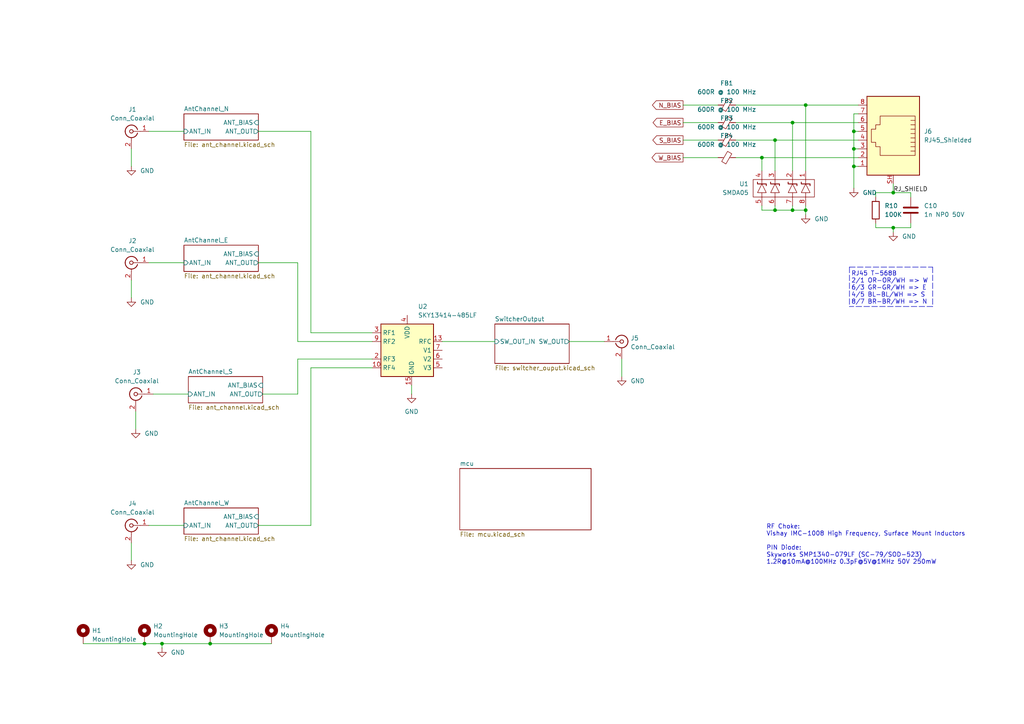
<source format=kicad_sch>
(kicad_sch (version 20250114) (generator "eeschema") (generator_version "9.0")
  (paper "A4")
  (lib_symbols
    (symbol "Connector:Conn_Coaxial" (pin_names (offset 1.016) (hide yes))
      (property "Reference" "J" (at 0.254 3.048 0))
      (property "Value" "Conn_Coaxial" (at 2.921 0 90))
      (symbol "Conn_Coaxial_0_1"
        (polyline (pts (xy -2.54 0) (xy -0.508 0)))
        (arc (start 1.778 0) (mid 0.222 -1.8079) (end -1.778 -0.508) (stroke (width 0.254)))
        (arc (start -1.778 0.508) (mid 0.2221 1.8084) (end 1.778 0) (stroke (width 0.254)))
        (circle (center 0 0) (radius 0.508) (stroke (width 0.2032)))
        (polyline (pts (xy 0 -2.54) (xy 0 -1.778)))
      )
      (symbol "Conn_Coaxial_1_1"
        (pin passive line (at -5.08 0 0) (length 2.54) (name "In") (number "1"))
        (pin passive line (at 0 -5.08 90) (length 2.54) (name "Ext") (number "2"))
      )
    )
    (symbol "Connector:RJ45_Shielded" (pin_names (offset 1.016))
      (property "Reference" "J" (at -5.08 13.97 0))
      (property "Value" "RJ45_Shielded" (at 2.54 13.97 0))
      (symbol "RJ45_Shielded_0_1"
        (polyline (pts (xy -6.35 1.905) (xy -5.08 1.905) (xy -5.08 1.905)))
        (polyline (pts (xy -6.35 0.635) (xy -5.08 0.635) (xy -5.08 0.635)))
        (polyline (pts (xy -6.35 -0.635) (xy -5.08 -0.635) (xy -5.08 -0.635)))
        (polyline (pts (xy -6.35 -1.905) (xy -5.08 -1.905) (xy -5.08 -1.905)))
        (polyline (pts (xy -6.35 -3.175) (xy -5.08 -3.175) (xy -5.08 -3.175)))
        (polyline (pts (xy -6.35 -4.445) (xy -6.35 6.985) (xy 3.81 6.985) (xy 3.81 4.445) (xy 5.08 4.445) (xy 5.08 3.175) (xy 6.35 3.175) (xy 6.35 -0.635) (xy 5.08 -0.635) (xy 5.08 -1.905) (xy 3.81 -1.905) (xy 3.81 -4.445) (xy -6.35 -4.445) (xy -6.35 -4.445)))
        (polyline (pts (xy -5.08 5.715) (xy -6.35 5.715)))
        (polyline (pts (xy -5.08 4.445) (xy -6.35 4.445)))
        (polyline (pts (xy -5.08 3.175) (xy -6.35 3.175) (xy -6.35 3.175)))
        (rectangle (start 7.62 12.7) (end -7.62 -10.16) (stroke (width 0.254)) (fill (type background)))
      )
      (symbol "RJ45_Shielded_1_1"
        (pin passive line (at 0 -12.7 90) (length 2.54) (name "~") (number "SH"))
        (pin passive line (at 10.16 10.16 180) (length 2.54) (name "~") (number "8"))
        (pin passive line (at 10.16 7.62 180) (length 2.54) (name "~") (number "7"))
        (pin passive line (at 10.16 5.08 180) (length 2.54) (name "~") (number "6"))
        (pin passive line (at 10.16 2.54 180) (length 2.54) (name "~") (number "5"))
        (pin passive line (at 10.16 0 180) (length 2.54) (name "~") (number "4"))
        (pin passive line (at 10.16 -2.54 180) (length 2.54) (name "~") (number "3"))
        (pin passive line (at 10.16 -5.08 180) (length 2.54) (name "~") (number "2"))
        (pin passive line (at 10.16 -7.62 180) (length 2.54) (name "~") (number "1"))
      )
    )
    (symbol "Device:C" (pin_numbers (hide yes)) (pin_names (offset 0.254))
      (property "Reference" "C" (at 0.635 2.54 0))
      (property "Value" "C" (at 0.635 -2.54 0))
      (symbol "C_0_1"
        (polyline (pts (xy -2.032 0.762) (xy 2.032 0.762)) (stroke (width 0.508)))
        (polyline (pts (xy -2.032 -0.762) (xy 2.032 -0.762)) (stroke (width 0.508)))
      )
      (symbol "C_1_1"
        (pin passive line (at 0 3.81 270) (length 2.794) (name "~") (number "1"))
        (pin passive line (at 0 -3.81 90) (length 2.794) (name "~") (number "2"))
      )
    )
    (symbol "Device:FerriteBead_Small" (pin_numbers (hide yes)) (pin_names (offset 0))
      (property "Reference" "FB" (at 1.905 1.27 0))
      (property "Value" "FerriteBead_Small" (at 1.905 -1.27 0))
      (symbol "FerriteBead_Small_0_1"
        (polyline (pts (xy -1.8288 0.2794) (xy -1.1176 1.4986) (xy 1.8288 -0.2032) (xy 1.1176 -1.4224) (xy -1.8288 0.2794)))
        (polyline (pts (xy 0 0.889) (xy 0 1.2954)))
        (polyline (pts (xy 0 -1.27) (xy 0 -0.7874)))
      )
      (symbol "FerriteBead_Small_1_1"
        (pin passive line (at 0 2.54 270) (length 1.27) (name "~") (number "1"))
        (pin passive line (at 0 -2.54 90) (length 1.27) (name "~") (number "2"))
      )
    )
    (symbol "Device:R" (pin_numbers (hide yes)) (pin_names (offset 0))
      (property "Reference" "R" (at 2.032 0 90))
      (property "Value" "R" (at 0 0 90))
      (symbol "R_0_1"
        (rectangle (start -1.016 -2.54) (end 1.016 2.54) (stroke (width 0.254)))
      )
      (symbol "R_1_1"
        (pin passive line (at 0 3.81 270) (length 1.27) (name "~") (number "1"))
        (pin passive line (at 0 -3.81 90) (length 1.27) (name "~") (number "2"))
      )
    )
    (symbol "Mechanical:MountingHole_Pad" (pin_numbers (hide yes)) (pin_names (offset 1.016) (hide yes)) (exclude_from_sim yes) (in_bom no)
      (property "Reference" "H" (at 0 6.35 0))
      (property "Value" "MountingHole_Pad" (at 0 4.445 0))
      (symbol "MountingHole_Pad_0_1"
        (circle (center 0 1.27) (radius 1.27) (stroke (width 1.27)))
      )
      (symbol "MountingHole_Pad_1_1"
        (pin input line (at 0 -2.54 90) (length 2.54) (name "1") (number "1"))
      )
    )
    (symbol "ch:TVS 4x Unidir" (pin_names (offset 1.016) (hide yes))
      (property "Reference" "U" (at 10.795 -1.27 0))
      (property "Value" "TVS 4x Unidir" (at -1.905 -6.35 0))
      (symbol "TVS 4x Unidir_0_1"
        (polyline (pts (xy -8.89 -2.54) (xy 8.89 -2.54) (xy 8.89 2.54) (xy -8.89 2.54) (xy -8.89 -2.54)))
        (polyline (pts (xy -7.62 -0.762) (xy -7.62 -1.27) (xy -5.08 -1.27) (xy -5.08 -1.778)) (stroke (width 0.254)))
        (polyline (pts (xy -6.35 2.54) (xy -6.35 1.27)))
        (polyline (pts (xy -6.35 -1.27) (xy -5.08 1.27) (xy -7.62 1.27) (xy -6.35 -1.27)))
        (polyline (pts (xy -6.35 -2.54) (xy -6.35 -1.27)))
        (polyline (pts (xy -3.81 -0.762) (xy -3.81 -1.27) (xy -1.27 -1.27) (xy -1.27 -1.778)) (stroke (width 0.254)))
        (polyline (pts (xy -2.54 2.54) (xy -2.54 1.27)))
        (polyline (pts (xy -2.54 -1.27) (xy -1.27 1.27) (xy -3.81 1.27) (xy -2.54 -1.27)))
        (polyline (pts (xy -2.54 -2.54) (xy -2.54 -1.27)))
        (polyline (pts (xy 1.27 -0.762) (xy 1.27 -1.27) (xy 3.81 -1.27) (xy 3.81 -1.778)) (stroke (width 0.254)))
        (polyline (pts (xy 2.54 2.54) (xy 2.54 1.27)))
        (polyline (pts (xy 2.54 -1.27) (xy 3.81 1.27) (xy 1.27 1.27) (xy 2.54 -1.27)))
        (polyline (pts (xy 2.54 -2.54) (xy 2.54 -1.27)))
        (polyline (pts (xy 5.08 -0.762) (xy 5.08 -1.27) (xy 7.62 -1.27) (xy 7.62 -1.778)) (stroke (width 0.254)))
        (polyline (pts (xy 6.35 2.54) (xy 6.35 1.27)))
        (polyline (pts (xy 6.35 -1.27) (xy 7.62 1.27) (xy 5.08 1.27) (xy 6.35 -1.27)))
        (polyline (pts (xy 6.35 -2.54) (xy 6.35 -1.27)))
      )
      (symbol "TVS 4x Unidir_1_1"
        (pin passive line (at -6.35 5.08 270) (length 2.54) (name "A2") (number "8"))
        (pin passive line (at -6.35 -5.08 90) (length 2.54) (name "A1") (number "1"))
        (pin passive line (at -2.54 5.08 270) (length 2.54) (name "B2") (number "7"))
        (pin passive line (at -2.54 -5.08 90) (length 2.54) (name "B1") (number "2"))
        (pin passive line (at 2.54 5.08 270) (length 2.54) (name "C2") (number "6"))
        (pin passive line (at 2.54 -5.08 90) (length 2.54) (name "C1") (number "3"))
        (pin passive line (at 6.35 5.08 270) (length 2.54) (name "D2") (number "5"))
        (pin passive line (at 6.35 -5.08 90) (length 2.54) (name "D1") (number "4"))
      )
    )
    (symbol "ddf_big_array:SKY13575-639LF"
      (property "Reference" "U" (at -6.35 8.89 0))
      (property "Value" "SKY13414-485LF" (at 10.16 8.89 0))
      (symbol "SKY13575-639LF_0_1"
        (rectangle (start -7.62 7.62) (end 7.62 -7.62) (stroke (width 0.254)) (fill (type background)))
      )
      (symbol "SKY13575-639LF_1_1"
        (pin passive line (at -10.16 2.54 0) (length 2.54) (name "RFC") (number "13"))
        (pin input line (at -10.16 0 0) (length 2.54) (name "V1") (number "7"))
        (pin input line (at -10.16 -2.54 0) (length 2.54) (name "V2") (number "6"))
        (pin input line (at -10.16 -5.08 0) (length 2.54) (name "V3") (number "5"))
        (pin no_connect line (at -5.08 -3.81 90) (length 2.54) (hide yes) (name "NC@1") (number "1"))
        (pin no_connect line (at -2.54 -3.81 90) (length 2.54) (hide yes) (name "NC@8") (number "8"))
        (pin power_in line (at -1.27 -10.16 90) (length 2.54) (name "GND") (number "15"))
        (pin power_in line (at 0 10.16 270) (length 2.54) (name "VDD") (number "4"))
        (pin no_connect line (at 0 -3.81 90) (length 2.54) (hide yes) (name "NC@11") (number "11"))
        (pin no_connect line (at 2.54 -3.81 90) (length 2.54) (hide yes) (name "NC@12") (number "12"))
        (pin no_connect line (at 5.08 -3.81 90) (length 2.54) (hide yes) (name "NC@14") (number "14"))
        (pin passive line (at 10.16 5.08 180) (length 2.54) (name "RF1") (number "3"))
        (pin passive line (at 10.16 2.54 180) (length 2.54) (name "RF2") (number "9"))
        (pin passive line (at 10.16 -2.54 180) (length 2.54) (name "RF3") (number "2"))
        (pin passive line (at 10.16 -5.08 180) (length 2.54) (name "RF4") (number "10"))
      )
    )
    (symbol "power:GND" (power) (pin_numbers (hide yes)) (pin_names (offset 0) (hide yes))
      (property "Value" "GND" (at 0 -3.81 0))
      (symbol "GND_0_1"
        (polyline (pts (xy 0 0) (xy 0 -1.27) (xy 1.27 -1.27) (xy 0 -2.54) (xy -1.27 -1.27) (xy 0 -1.27)))
      )
      (symbol "GND_1_1"
        (pin power_in line (at 0 0 270) (length 0) (name "~") (number "1"))
      )
    )
  )
  (text "RF Choke:\nVishay IMC-1008 High Frequency, Surface Mount Inductors\n\nPIN Diode:\nSkyworks SMP1340-079LF (SC-79/SOD-523)\n1.2R@10mA@100MHz 0.3pF@5V@1MHz 50V 250mW\n" (at 222.25 163.83 0) (effects (font (size 1.27 1.27)) (justify left bottom)))
  (text "RJ45 T-568B  \n2/1 OR-OR/WH => W\n6/3 GR-GR/WH => E\n4/5 BL-BL/WH => S\n8/7 BR-BR/WH => N" (at 246.888 88.392 0) (effects (font (size 1.27 1.27)) (justify left bottom)))
  (junction (at 60.96 186.69))
  (junction (at 247.65 43.18))
  (junction (at 229.87 35.56))
  (junction (at 247.65 48.26))
  (junction (at 259.08 55.88))
  (junction (at 229.87 60.96))
  (junction (at 233.68 30.48))
  (junction (at 259.08 66.04))
  (junction (at 220.98 45.72))
  (junction (at 224.79 60.96))
  (junction (at 224.79 40.64))
  (junction (at 233.68 60.96))
  (junction (at 41.91 186.69))
  (junction (at 46.99 186.69))
  (junction (at 247.65 38.1))
  (wire (pts (xy 107.95 106.68) (xy 90.17 106.68)))
  (wire (pts (xy 46.99 186.69) (xy 60.96 186.69)))
  (wire (pts (xy 180.34 104.14) (xy 180.34 109.22)))
  (wire (pts (xy 264.16 66.04) (xy 264.16 64.77)))
  (polyline (pts (xy 246.38 77.47) (xy 270.51 77.47)) (stroke (width 0) (type dash)))
  (wire (pts (xy 247.65 43.18) (xy 247.65 48.26)))
  (wire (pts (xy 233.68 30.48) (xy 233.68 49.53)))
  (wire (pts (xy 38.1 81.28) (xy 38.1 86.36)))
  (wire (pts (xy 254 64.77) (xy 254 66.04)))
  (wire (pts (xy 60.96 186.69) (xy 78.74 186.69)))
  (wire (pts (xy 259.08 66.04) (xy 264.16 66.04)))
  (polyline (pts (xy 270.51 77.47) (xy 270.51 88.9)) (stroke (width 0) (type dash)))
  (wire (pts (xy 198.12 35.56) (xy 208.28 35.56)))
  (wire (pts (xy 38.1 157.48) (xy 38.1 162.56)))
  (wire (pts (xy 220.98 45.72) (xy 220.98 49.53)))
  (wire (pts (xy 229.87 35.56) (xy 248.92 35.56)))
  (wire (pts (xy 254 66.04) (xy 259.08 66.04)))
  (wire (pts (xy 128.27 99.06) (xy 143.51 99.06)))
  (polyline (pts (xy 270.51 88.9) (xy 246.38 88.9)) (stroke (width 0) (type dash)))
  (wire (pts (xy 44.45 114.3) (xy 54.61 114.3)))
  (wire (pts (xy 224.79 40.64) (xy 248.92 40.64)))
  (wire (pts (xy 43.18 152.4) (xy 53.34 152.4)))
  (wire (pts (xy 233.68 60.96) (xy 233.68 62.23)))
  (wire (pts (xy 213.36 40.64) (xy 224.79 40.64)))
  (wire (pts (xy 254 57.15) (xy 254 55.88)))
  (wire (pts (xy 259.08 55.88) (xy 264.16 55.88)))
  (wire (pts (xy 86.36 114.3) (xy 76.2 114.3)))
  (wire (pts (xy 86.36 104.14) (xy 86.36 114.3)))
  (wire (pts (xy 43.18 38.1) (xy 53.34 38.1)))
  (wire (pts (xy 24.13 186.69) (xy 41.91 186.69)))
  (wire (pts (xy 198.12 45.72) (xy 208.28 45.72)))
  (wire (pts (xy 43.18 76.2) (xy 53.34 76.2)))
  (wire (pts (xy 213.36 45.72) (xy 220.98 45.72)))
  (wire (pts (xy 259.08 53.34) (xy 259.08 55.88)))
  (wire (pts (xy 247.65 38.1) (xy 247.65 43.18)))
  (wire (pts (xy 229.87 60.96) (xy 233.68 60.96)))
  (wire (pts (xy 41.91 186.69) (xy 46.99 186.69)))
  (wire (pts (xy 165.1 99.06) (xy 175.26 99.06)))
  (wire (pts (xy 248.92 43.18) (xy 247.65 43.18)))
  (wire (pts (xy 213.36 35.56) (xy 229.87 35.56)))
  (wire (pts (xy 39.37 119.38) (xy 39.37 124.46)))
  (wire (pts (xy 119.38 111.76) (xy 119.38 114.3)))
  (wire (pts (xy 229.87 35.56) (xy 229.87 49.53)))
  (wire (pts (xy 86.36 76.2) (xy 74.93 76.2)))
  (wire (pts (xy 90.17 152.4) (xy 74.93 152.4)))
  (wire (pts (xy 38.1 43.18) (xy 38.1 48.26)))
  (wire (pts (xy 90.17 106.68) (xy 90.17 152.4)))
  (wire (pts (xy 247.65 33.02) (xy 247.65 38.1)))
  (wire (pts (xy 86.36 99.06) (xy 86.36 76.2)))
  (wire (pts (xy 259.08 66.04) (xy 259.08 67.31)))
  (wire (pts (xy 198.12 40.64) (xy 208.28 40.64)))
  (wire (pts (xy 220.98 59.69) (xy 220.98 60.96)))
  (wire (pts (xy 224.79 59.69) (xy 224.79 60.96)))
  (wire (pts (xy 254 55.88) (xy 259.08 55.88)))
  (wire (pts (xy 248.92 48.26) (xy 247.65 48.26)))
  (wire (pts (xy 220.98 60.96) (xy 224.79 60.96)))
  (wire (pts (xy 107.95 99.06) (xy 86.36 99.06)))
  (wire (pts (xy 224.79 40.64) (xy 224.79 49.53)))
  (wire (pts (xy 248.92 38.1) (xy 247.65 38.1)))
  (wire (pts (xy 229.87 59.69) (xy 229.87 60.96)))
  (wire (pts (xy 247.65 48.26) (xy 247.65 54.61)))
  (wire (pts (xy 90.17 38.1) (xy 90.17 96.52)))
  (wire (pts (xy 213.36 30.48) (xy 233.68 30.48)))
  (wire (pts (xy 198.12 30.48) (xy 208.28 30.48)))
  (wire (pts (xy 233.68 30.48) (xy 248.92 30.48)))
  (wire (pts (xy 224.79 60.96) (xy 229.87 60.96)))
  (wire (pts (xy 74.93 38.1) (xy 90.17 38.1)))
  (polyline (pts (xy 246.38 77.47) (xy 246.38 88.9)) (stroke (width 0) (type dash)))
  (wire (pts (xy 248.92 33.02) (xy 247.65 33.02)))
  (wire (pts (xy 90.17 96.52) (xy 107.95 96.52)))
  (wire (pts (xy 46.99 186.69) (xy 46.99 187.96)))
  (wire (pts (xy 264.16 55.88) (xy 264.16 57.15)))
  (wire (pts (xy 220.98 45.72) (xy 248.92 45.72)))
  (wire (pts (xy 107.95 104.14) (xy 86.36 104.14)))
  (wire (pts (xy 233.68 59.69) (xy 233.68 60.96)))
  (label "RJ_SHIELD" (at 259.08 55.88 0))
  (global_label "E_BIAS" (shape output) (at 198.12 35.56 180) (property "Intersheetrefs" "${INTERSHEET_REFS}" (effects (hide yes))))
  (global_label "S_BIAS" (shape output) (at 198.12 40.64 180) (property "Intersheetrefs" "${INTERSHEET_REFS}" (effects (hide yes))))
  (global_label "N_BIAS" (shape output) (at 198.12 30.48 180) (property "Intersheetrefs" "${INTERSHEET_REFS}" (effects (hide yes))))
  (global_label "W_BIAS" (shape output) (at 198.12 45.72 180) (property "Intersheetrefs" "${INTERSHEET_REFS}" (effects (hide yes))))
  (symbol (lib_id "Device:FerriteBead_Small") (at 210.82 30.48 90) (unit 1)
    (property "Reference" "FB1" (at 210.7819 24.13 90))
    (property "Value" "600R @ 100 MHz" (at 210.7819 26.67 90))
    (property "Description" "Ferrite bead, small symbol" (effects (hide yes)))
  )
  (symbol (lib_id "power:GND") (at 259.08 67.31 0) (unit 1)
    (property "Reference" "#PWR013" (effects (hide yes)))
    (property "Value" "GND" (at 261.62 68.5799 0) (effects (justify left)))
    (property "Description" "Power symbol creates a global label with name \"GND\" , ground" (effects (hide yes)))
  )
  (symbol (lib_id "Connector:Conn_Coaxial") (at 180.34 99.06 0) (unit 1)
    (property "Reference" "J5" (at 182.88 98.0831 0) (effects (justify left)))
    (property "Value" "Conn_Coaxial" (at 182.88 100.6231 0) (effects (justify left)))
    (property "Description" "coaxial connector (BNC, SMA, SMB, SMC, Cinch/RCA, LEMO, ...)" (effects (hide yes)))
  )
  (symbol (lib_id "power:GND") (at 38.1 48.26 0) (unit 1)
    (property "Reference" "#PWR01" (effects (hide yes)))
    (property "Value" "GND" (at 40.64 49.5299 0) (effects (justify left)))
    (property "Description" "Power symbol creates a global label with name \"GND\" , ground" (effects (hide yes)))
  )
  (symbol (lib_id "power:GND") (at 39.37 124.46 0) (unit 1)
    (property "Reference" "#PWR03" (effects (hide yes)))
    (property "Value" "GND" (at 41.91 125.7299 0) (effects (justify left)))
    (property "Description" "Power symbol creates a global label with name \"GND\" , ground" (effects (hide yes)))
  )
  (symbol (lib_id "Device:C") (at 264.16 60.96 0) (unit 1)
    (property "Reference" "C10" (at 267.97 59.6899 0) (effects (justify left)))
    (property "Value" "1n NP0 50V" (at 267.97 62.2299 0) (effects (justify left)))
    (property "Description" "Unpolarized capacitor" (effects (hide yes)))
  )
  (symbol (lib_id "power:GND") (at 38.1 162.56 0) (unit 1)
    (property "Reference" "#PWR04" (effects (hide yes)))
    (property "Value" "GND" (at 40.64 163.8299 0) (effects (justify left)))
    (property "Description" "Power symbol creates a global label with name \"GND\" , ground" (effects (hide yes)))
  )
  (symbol (lib_id "power:GND") (at 119.38 114.3 0) (mirror y) (unit 1)
    (property "Reference" "#PWR05" (effects (hide yes)))
    (property "Value" "GND" (at 119.38 119.38 0))
    (property "Description" "Power symbol creates a global label with name \"GND\" , ground" (effects (hide yes)))
  )
  (symbol (lib_id "power:GND") (at 46.99 187.96 0) (unit 1)
    (property "Reference" "#PWR0101" (effects (hide yes)))
    (property "Value" "GND" (at 49.53 189.2299 0) (effects (justify left)))
    (property "Description" "Power symbol creates a global label with name \"GND\" , ground" (effects (hide yes)))
  )
  (symbol (lib_id "Connector:Conn_Coaxial") (at 38.1 38.1 0) (mirror y) (unit 1)
    (property "Reference" "J1" (at 38.4174 31.75 0))
    (property "Value" "Conn_Coaxial" (at 38.4174 34.29 0))
    (property "Description" "coaxial connector (BNC, SMA, SMB, SMC, Cinch/RCA, LEMO, ...)" (effects (hide yes)))
  )
  (symbol (lib_id "Device:FerriteBead_Small") (at 210.82 40.64 90) (unit 1)
    (property "Reference" "FB3" (at 210.7819 34.29 90))
    (property "Value" "600R @ 100 MHz" (at 210.7819 36.83 90))
    (property "Description" "Ferrite bead, small symbol" (effects (hide yes)))
  )
  (symbol (lib_id "Connector:Conn_Coaxial") (at 38.1 76.2 0) (mirror y) (unit 1)
    (property "Reference" "J2" (at 38.4174 69.85 0))
    (property "Value" "Conn_Coaxial" (at 38.4174 72.39 0))
    (property "Description" "coaxial connector (BNC, SMA, SMB, SMC, Cinch/RCA, LEMO, ...)" (effects (hide yes)))
  )
  (symbol (lib_id "Mechanical:MountingHole_Pad") (at 60.96 184.15 0) (unit 1) (exclude_from_sim yes) (in_bom no)
    (property "Reference" "H3" (at 63.5 181.6099 0) (effects (justify left)))
    (property "Value" "MountingHole" (at 63.5 184.1499 0) (effects (justify left)))
    (property "Description" "Mounting Hole with connection" (effects (hide yes)))
  )
  (symbol (lib_id "Device:FerriteBead_Small") (at 210.82 35.56 90) (unit 1)
    (property "Reference" "FB2" (at 210.7819 29.21 90))
    (property "Value" "600R @ 100 MHz" (at 210.7819 31.75 90))
    (property "Description" "Ferrite bead, small symbol" (effects (hide yes)))
  )
  (symbol (lib_id "Connector:Conn_Coaxial") (at 38.1 152.4 0) (mirror y) (unit 1)
    (property "Reference" "J4" (at 38.4174 146.05 0))
    (property "Value" "Conn_Coaxial" (at 38.4174 148.59 0))
    (property "Description" "coaxial connector (BNC, SMA, SMB, SMC, Cinch/RCA, LEMO, ...)" (effects (hide yes)))
  )
  (symbol (lib_id "Mechanical:MountingHole_Pad") (at 41.91 184.15 0) (unit 1) (exclude_from_sim yes) (in_bom no)
    (property "Reference" "H2" (at 44.45 181.6099 0) (effects (justify left)))
    (property "Value" "MountingHole" (at 44.45 184.1499 0) (effects (justify left)))
    (property "Description" "Mounting Hole with connection" (effects (hide yes)))
  )
  (symbol (lib_id "Mechanical:MountingHole_Pad") (at 78.74 184.15 0) (unit 1) (exclude_from_sim yes) (in_bom no)
    (property "Reference" "H4" (at 81.28 181.6099 0) (effects (justify left)))
    (property "Value" "MountingHole" (at 81.28 184.1499 0) (effects (justify left)))
    (property "Description" "Mounting Hole with connection" (effects (hide yes)))
  )
  (symbol (lib_id "power:GND") (at 180.34 109.22 0) (unit 1)
    (property "Reference" "#PWR011" (effects (hide yes)))
    (property "Value" "GND" (at 182.88 110.4899 0) (effects (justify left)))
    (property "Description" "Power symbol creates a global label with name \"GND\" , ground" (effects (hide yes)))
  )
  (symbol (lib_id "ch:TVS 4x Unidir") (at 227.33 54.61 180) (unit 1)
    (property "Reference" "U1" (at 217.17 53.3399 0) (effects (justify left)))
    (property "Value" "SMDA05" (at 217.17 55.8799 0) (effects (justify left)))
    (property "Footprint" "Package_SO:SO-8_3.9x4.9mm_P1.27mm" (effects (hide yes)))
    (property "MFG" "Semtech" (effects (hide yes)))
    (property "MPN" "SMDA05" (effects (hide yes)))
    (property "LCSC" "C1978067" (effects (hide yes)))
  )
  (symbol (lib_id "Connector:RJ45_Shielded") (at 259.08 40.64 0) (mirror y) (unit 1)
    (property "Reference" "J6" (at 267.97 38.0999 0) (effects (justify right)))
    (property "Value" "RJ45_Shielded" (at 267.97 40.6399 0) (effects (justify right)))
    (property "Description" "RJ connector, 8P8C (8 positions 8 connected), Shielded" (effects (hide yes)))
  )
  (symbol (lib_id "Connector:Conn_Coaxial") (at 39.37 114.3 0) (mirror y) (unit 1)
    (property "Reference" "J3" (at 39.6874 107.95 0))
    (property "Value" "Conn_Coaxial" (at 39.6874 110.49 0))
    (property "Description" "coaxial connector (BNC, SMA, SMB, SMC, Cinch/RCA, LEMO, ...)" (effects (hide yes)))
  )
  (symbol (lib_id "power:GND") (at 247.65 54.61 0) (unit 1)
    (property "Reference" "#PWR012" (effects (hide yes)))
    (property "Value" "GND" (at 250.19 55.8799 0) (effects (justify left)))
    (property "Description" "Power symbol creates a global label with name \"GND\" , ground" (effects (hide yes)))
  )
  (symbol (lib_id "Mechanical:MountingHole_Pad") (at 24.13 184.15 0) (unit 1) (exclude_from_sim yes) (in_bom no)
    (property "Reference" "H1" (at 26.67 182.8799 0) (effects (justify left)))
    (property "Value" "MountingHole" (at 26.67 185.4199 0) (effects (justify left)))
    (property "Description" "Mounting Hole with connection" (effects (hide yes)))
  )
  (symbol (lib_id "Device:R") (at 254 60.96 0) (unit 1)
    (property "Reference" "R10" (at 256.54 59.6899 0) (effects (justify left)))
    (property "Value" "100K" (at 256.54 62.2299 0) (effects (justify left)))
    (property "Description" "Resistor" (effects (hide yes)))
  )
  (symbol (lib_id "ddf_big_array:SKY13575-639LF") (at 118.11 101.6 0) (mirror y) (unit 1)
    (property "Reference" "U2" (at 121.2281 88.9 0) (effects (justify right)))
    (property "Value" "SKY13414-485LF" (at 121.2281 91.44 0) (effects (justify right)))
    (property "Footprint" "RF:Skyworks_SKY13575_639LF" (effects (hide yes)))
    (property "Datasheet" "https://www.lcsc.com/datasheet/lcsc_datasheet_2410121912_Skyworks-Solutions-SKY13414-485LF_C255353.pdf" (effects (hide yes)))
    (property "Description" "0.1 to 3.8 GHz SP4T Antenna Switch" (effects (hide yes)))
  )
  (symbol (lib_id "power:GND") (at 233.68 62.23 0) (unit 1)
    (property "Reference" "#PWR0106" (effects (hide yes)))
    (property "Value" "GND" (at 236.22 63.4999 0) (effects (justify left)))
    (property "Description" "Power symbol creates a global label with name \"GND\" , ground" (effects (hide yes)))
  )
  (symbol (lib_id "Device:FerriteBead_Small") (at 210.82 45.72 90) (unit 1)
    (property "Reference" "FB4" (at 210.7819 39.37 90))
    (property "Value" "600R @ 100 MHz" (at 210.7819 41.91 90))
    (property "Description" "Ferrite bead, small symbol" (effects (hide yes)))
  )
  (symbol (lib_id "power:GND") (at 38.1 86.36 0) (unit 1)
    (property "Reference" "#PWR02" (effects (hide yes)))
    (property "Value" "GND" (at 40.64 87.6299 0) (effects (justify left)))
    (property "Description" "Power symbol creates a global label with name \"GND\" , ground" (effects (hide yes)))
  )
  (sheet (at 53.34 147.32) (size 21.59 7.62) (stroke (width 0.1524))
    (property "Sheetname" "AntChannel_W" (at 53.34 146.6084 0) (effects (justify left bottom)))
    (property "Sheetfile" "ant_channel.kicad_sch" (at 53.34 155.5246 0) (effects (justify left top)))
    (pin "ANT_BIAS" input (at 74.93 149.86 0))
    (pin "ANT_IN" input (at 53.34 152.4 180))
    (pin "ANT_OUT" output (at 74.93 152.4 0))
  )
  (sheet (at 143.51 93.98) (size 21.59 11.43) (stroke (width 0.1524))
    (property "Sheetname" "SwitcherOutput" (at 143.51 93.2684 0) (effects (justify left bottom)))
    (property "Sheetfile" "switcher_ouput.kicad_sch" (at 143.51 105.9946 0) (effects (justify left top)))
    (pin "SW_OUT" output (at 165.1 99.06 0))
    (pin "SW_OUT_IN" input (at 143.51 99.06 180))
  )
  (sheet (at 133.35 135.89) (size 38.1 17.78) (stroke (width 0.1524))
    (property "Sheetname" "mcu" (at 133.35 135.1784 0) (effects (justify left bottom)))
    (property "Sheetfile" "mcu.kicad_sch" (at 133.35 154.2546 0) (effects (justify left top)))
  )
  (sheet (at 53.34 71.12) (size 21.59 7.62) (stroke (width 0.1524))
    (property "Sheetname" "AntChannel_E" (at 53.34 70.4084 0) (effects (justify left bottom)))
    (property "Sheetfile" "ant_channel.kicad_sch" (at 53.34 79.3246 0) (effects (justify left top)))
    (pin "ANT_BIAS" input (at 74.93 73.66 0))
    (pin "ANT_IN" input (at 53.34 76.2 180))
    (pin "ANT_OUT" output (at 74.93 76.2 0))
  )
  (sheet (at 53.34 33.02) (size 21.59 7.62) (stroke (width 0.1524))
    (property "Sheetname" "AntChannel_N" (at 53.34 32.3084 0) (effects (justify left bottom)))
    (property "Sheetfile" "ant_channel.kicad_sch" (at 53.34 41.2246 0) (effects (justify left top)))
    (pin "ANT_BIAS" input (at 74.93 35.56 0))
    (pin "ANT_IN" input (at 53.34 38.1 180))
    (pin "ANT_OUT" output (at 74.93 38.1 0))
  )
  (sheet (at 54.61 109.22) (size 21.59 7.62) (stroke (width 0.1524))
    (property "Sheetname" "AntChannel_S" (at 54.61 108.5084 0) (effects (justify left bottom)))
    (property "Sheetfile" "ant_channel.kicad_sch" (at 54.61 117.4246 0) (effects (justify left top)))
    (pin "ANT_BIAS" input (at 76.2 111.76 0))
    (pin "ANT_IN" input (at 54.61 114.3 180))
    (pin "ANT_OUT" output (at 76.2 114.3 0))
  )
)
</source>
